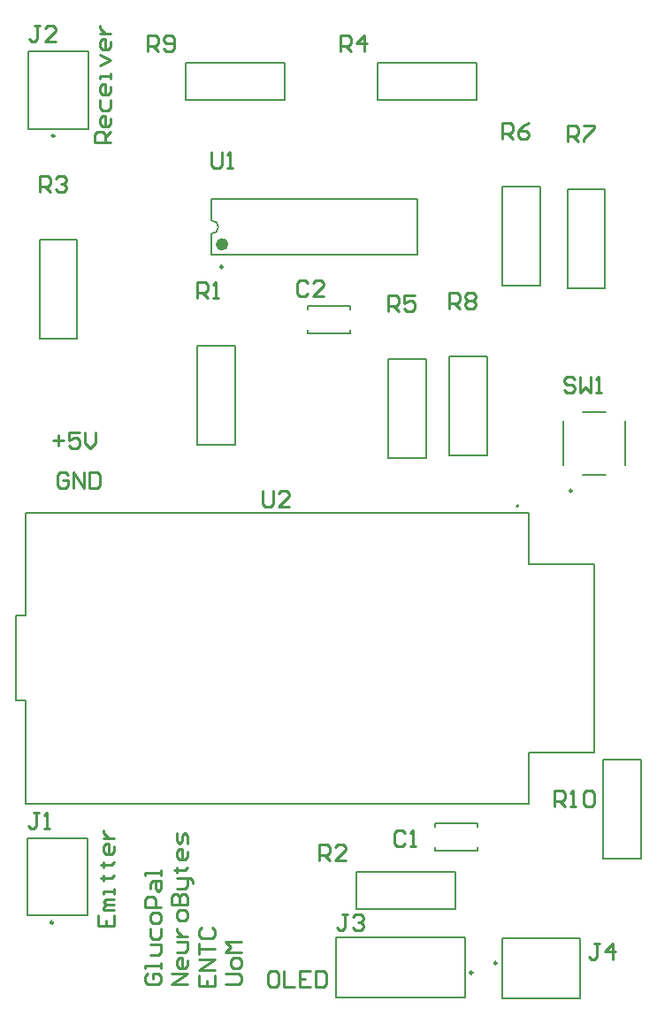
<source format=gbr>
G04*
G04 #@! TF.GenerationSoftware,Altium Limited,Altium Designer,24.1.2 (44)*
G04*
G04 Layer_Color=65535*
%FSLAX44Y44*%
%MOMM*%
G71*
G04*
G04 #@! TF.SameCoordinates,DC8CE985-C91A-4BCA-97F7-030060148ACE*
G04*
G04*
G04 #@! TF.FilePolarity,Positive*
G04*
G01*
G75*
%ADD10C,0.2500*%
%ADD11C,0.2000*%
%ADD12C,0.6000*%
%ADD13C,0.1270*%
%ADD14C,0.2540*%
D10*
X764710Y297010D02*
G03*
X764710Y297010I-1250J0D01*
G01*
X788080Y306240D02*
G03*
X788080Y306240I-1250J0D01*
G01*
X364470Y1098180D02*
G03*
X364470Y1098180I-1250J0D01*
G01*
X363200Y345070D02*
G03*
X363200Y345070I-1250J0D01*
G01*
X860130Y758410D02*
G03*
X860130Y758410I-1250J0D01*
G01*
X525460Y972820D02*
G03*
X525460Y972820I-1250J0D01*
G01*
D11*
X808650Y743870D02*
G03*
X808650Y743870I-1000J0D01*
G01*
X514910Y1004570D02*
G03*
X514910Y1017270I0J6350D01*
G01*
X633960Y273510D02*
Y331010D01*
Y273510D02*
X757960D01*
Y331010D01*
X633960D02*
X757960D01*
X793580Y272240D02*
Y329740D01*
Y272240D02*
X867580D01*
Y329740D01*
X793580D02*
X867580D01*
X339720Y1104930D02*
Y1178930D01*
X397220D01*
Y1104930D02*
Y1178930D01*
X339720Y1104930D02*
X397220D01*
X338450Y351820D02*
Y425820D01*
X395950D01*
Y351820D02*
Y425820D01*
X338450Y351820D02*
X395950D01*
X911330Y782870D02*
Y824910D01*
X851430Y782870D02*
Y824910D01*
X870090Y833860D02*
X892380D01*
X870090Y773960D02*
X892670D01*
X607380Y931770D02*
Y935020D01*
Y909020D02*
Y912270D01*
Y909020D02*
X647380D01*
Y931770D02*
Y935020D01*
Y909020D02*
Y912270D01*
X607380Y935020D02*
X647380D01*
X769300Y413720D02*
Y416970D01*
Y436470D02*
Y439720D01*
X729300D02*
X769300D01*
X729300Y413720D02*
Y416970D01*
Y436470D02*
Y439720D01*
Y413720D02*
X769300D01*
X711910Y984420D02*
Y1037420D01*
X514910Y1017270D02*
Y1037420D01*
Y984420D02*
Y1004570D01*
Y1037420D02*
X711910D01*
X514910Y984420D02*
X711910D01*
D12*
X527910Y994420D02*
G03*
X527910Y994420I-3000J0D01*
G01*
D13*
X336950Y737670D02*
X818950D01*
X336950Y458670D02*
X818950D01*
Y508170D01*
Y688170D02*
Y737670D01*
Y688170D02*
X880950D01*
Y508170D02*
Y688170D01*
X818950Y508170D02*
X880950D01*
X336950Y638870D02*
Y737670D01*
X327950Y638870D02*
X336950D01*
X327950Y557570D02*
Y638870D01*
Y557570D02*
X336950D01*
Y458670D02*
Y557570D01*
X890050Y405890D02*
X926050D01*
Y500890D01*
X890050D02*
X926050D01*
X890050Y405890D02*
Y500890D01*
X748540Y357920D02*
Y393920D01*
X653540D02*
X748540D01*
X653540Y357920D02*
Y393920D01*
Y357920D02*
X748540D01*
X350300Y903730D02*
Y998730D01*
X386300D01*
Y903730D02*
Y998730D01*
X350300Y903730D02*
X386300D01*
X793530Y954530D02*
Y1049530D01*
X829530D01*
Y954530D02*
Y1049530D01*
X793530Y954530D02*
X829530D01*
X855760Y951990D02*
Y1046990D01*
X891760D01*
Y951990D02*
Y1046990D01*
X855760Y951990D02*
X891760D01*
X501430Y802130D02*
Y897130D01*
X537430D01*
Y802130D02*
Y897130D01*
X501430Y802130D02*
X537430D01*
X684310Y789430D02*
Y884430D01*
X720310D01*
Y789430D02*
Y884430D01*
X684310Y789430D02*
X720310D01*
X673860Y1168620D02*
X768860D01*
Y1132620D02*
Y1168620D01*
X673860Y1132620D02*
X768860D01*
X673860D02*
Y1168620D01*
X778730Y791970D02*
Y886970D01*
X742730Y791970D02*
X778730D01*
X742730D02*
Y886970D01*
X778730D01*
X489710Y1132620D02*
X584710D01*
X489710D02*
Y1168620D01*
X584710D01*
Y1132620D02*
Y1168620D01*
D14*
X645161Y353058D02*
X640082D01*
X642622D01*
Y340362D01*
X640082Y337822D01*
X637543D01*
X635004Y340362D01*
X650239Y350518D02*
X652778Y353058D01*
X657857D01*
X660396Y350518D01*
Y347979D01*
X657857Y345440D01*
X655318D01*
X657857D01*
X660396Y342901D01*
Y340362D01*
X657857Y337822D01*
X652778D01*
X650239Y340362D01*
X563984Y758187D02*
Y745492D01*
X566523Y742952D01*
X571602D01*
X574141Y745492D01*
Y758187D01*
X589376Y742952D02*
X579219D01*
X589376Y753109D01*
Y755648D01*
X586837Y758187D01*
X581758D01*
X579219Y755648D01*
X843286Y455933D02*
Y471167D01*
X850904D01*
X853443Y468628D01*
Y463550D01*
X850904Y461011D01*
X843286D01*
X848364D02*
X853443Y455933D01*
X858521D02*
X863600D01*
X861060D01*
Y471167D01*
X858521Y468628D01*
X871217D02*
X873756Y471167D01*
X878835D01*
X881374Y468628D01*
Y458472D01*
X878835Y455933D01*
X873756D01*
X871217Y458472D01*
Y468628D01*
X886461Y325117D02*
X881383D01*
X883922D01*
Y312422D01*
X881383Y309883D01*
X878843D01*
X876304Y312422D01*
X899157Y309883D02*
Y325117D01*
X891539Y317500D01*
X901696D01*
X576577Y298445D02*
X571499D01*
X568960Y295906D01*
Y285749D01*
X571499Y283210D01*
X576577D01*
X579117Y285749D01*
Y295906D01*
X576577Y298445D01*
X584195D02*
Y283210D01*
X594352D01*
X609587Y298445D02*
X599430D01*
Y283210D01*
X609587D01*
X599430Y290828D02*
X604509D01*
X614665Y298445D02*
Y283210D01*
X622283D01*
X624822Y285749D01*
Y295906D01*
X622283Y298445D01*
X614665D01*
X417830Y1092200D02*
X402595D01*
Y1099818D01*
X405134Y1102357D01*
X410213D01*
X412752Y1099818D01*
Y1092200D01*
Y1097278D02*
X417830Y1102357D01*
Y1115053D02*
Y1109974D01*
X415291Y1107435D01*
X410213D01*
X407673Y1109974D01*
Y1115053D01*
X410213Y1117592D01*
X412752D01*
Y1107435D01*
X407673Y1132827D02*
Y1125209D01*
X410213Y1122670D01*
X415291D01*
X417830Y1125209D01*
Y1132827D01*
Y1145523D02*
Y1140444D01*
X415291Y1137905D01*
X410213D01*
X407673Y1140444D01*
Y1145523D01*
X410213Y1148062D01*
X412752D01*
Y1137905D01*
X417830Y1153140D02*
Y1158219D01*
Y1155679D01*
X407673D01*
Y1153140D01*
Y1165836D02*
X417830Y1170915D01*
X407673Y1175993D01*
X417830Y1188689D02*
Y1183610D01*
X415291Y1181071D01*
X410213D01*
X407673Y1183610D01*
Y1188689D01*
X410213Y1191228D01*
X412752D01*
Y1181071D01*
X407673Y1196306D02*
X417830D01*
X412752D01*
X410213Y1198846D01*
X407673Y1201385D01*
Y1203924D01*
X406405Y351787D02*
Y341630D01*
X421640D01*
Y351787D01*
X414022Y341630D02*
Y346708D01*
X421640Y356865D02*
X411483D01*
Y359404D01*
X414022Y361943D01*
X421640D01*
X414022D01*
X411483Y364483D01*
X414022Y367022D01*
X421640D01*
Y372100D02*
Y377178D01*
Y374639D01*
X411483D01*
Y372100D01*
X408944Y387335D02*
X411483D01*
Y384796D01*
Y389874D01*
Y387335D01*
X419101D01*
X421640Y389874D01*
X408944Y400031D02*
X411483D01*
Y397492D01*
Y402570D01*
Y400031D01*
X419101D01*
X421640Y402570D01*
Y417805D02*
Y412727D01*
X419101Y410188D01*
X414022D01*
X411483Y412727D01*
Y417805D01*
X414022Y420345D01*
X416562D01*
Y410188D01*
X411483Y425423D02*
X421640D01*
X416562D01*
X414022Y427962D01*
X411483Y430501D01*
Y433040D01*
X453394Y295907D02*
X450855Y293368D01*
Y288289D01*
X453394Y285750D01*
X463551D01*
X466090Y288289D01*
Y293368D01*
X463551Y295907D01*
X458473D01*
Y290828D01*
X466090Y300985D02*
Y306063D01*
Y303524D01*
X450855D01*
Y300985D01*
X455933Y313681D02*
X463551D01*
X466090Y316220D01*
Y323838D01*
X455933D01*
Y339073D02*
Y331455D01*
X458473Y328916D01*
X463551D01*
X466090Y331455D01*
Y339073D01*
Y346690D02*
Y351769D01*
X463551Y354308D01*
X458473D01*
X455933Y351769D01*
Y346690D01*
X458473Y344151D01*
X463551D01*
X466090Y346690D01*
Y359386D02*
X450855D01*
Y367004D01*
X453394Y369543D01*
X458473D01*
X461012Y367004D01*
Y359386D01*
X455933Y377160D02*
Y382239D01*
X458473Y384778D01*
X466090D01*
Y377160D01*
X463551Y374621D01*
X461012Y377160D01*
Y384778D01*
X466090Y389856D02*
Y394935D01*
Y392396D01*
X450855D01*
Y389856D01*
X502925Y294637D02*
Y284480D01*
X518160D01*
Y294637D01*
X510542Y284480D02*
Y289558D01*
X518160Y299715D02*
X502925D01*
X518160Y309872D01*
X502925D01*
Y314950D02*
Y325107D01*
Y320028D01*
X518160D01*
X505464Y340342D02*
X502925Y337803D01*
Y332724D01*
X505464Y330185D01*
X515621D01*
X518160Y332724D01*
Y337803D01*
X515621Y340342D01*
X528325Y285750D02*
X541021D01*
X543560Y288289D01*
Y293368D01*
X541021Y295907D01*
X528325D01*
X543560Y303524D02*
Y308603D01*
X541021Y311142D01*
X535942D01*
X533403Y308603D01*
Y303524D01*
X535942Y300985D01*
X541021D01*
X543560Y303524D01*
Y316220D02*
X528325D01*
X533403Y321298D01*
X528325Y326377D01*
X543560D01*
X491492Y285750D02*
X476257D01*
X491492Y295907D01*
X476257D01*
X491492Y308603D02*
Y303524D01*
X488952Y300985D01*
X483874D01*
X481335Y303524D01*
Y308603D01*
X483874Y311142D01*
X486413D01*
Y300985D01*
X481335Y316220D02*
X488952D01*
X491492Y318759D01*
Y326377D01*
X481335D01*
Y331455D02*
X491492D01*
X486413D01*
X483874Y333994D01*
X481335Y336534D01*
Y339073D01*
X491492Y349230D02*
Y354308D01*
X488952Y356847D01*
X483874D01*
X481335Y354308D01*
Y349230D01*
X483874Y346690D01*
X488952D01*
X491492Y349230D01*
X476257Y361925D02*
X491492D01*
Y369543D01*
X488952Y372082D01*
X486413D01*
X483874Y369543D01*
Y361925D01*
Y369543D01*
X481335Y372082D01*
X478796D01*
X476257Y369543D01*
Y361925D01*
X481335Y377160D02*
X488952D01*
X491492Y379700D01*
Y387317D01*
X494031D01*
X496570Y384778D01*
Y382239D01*
X491492Y387317D02*
X481335D01*
X478796Y394935D02*
X481335D01*
Y392396D01*
Y397474D01*
Y394935D01*
X488952D01*
X491492Y397474D01*
Y412709D02*
Y407631D01*
X488952Y405091D01*
X483874D01*
X481335Y407631D01*
Y412709D01*
X483874Y415248D01*
X486413D01*
Y405091D01*
X491492Y420326D02*
Y427944D01*
X488952Y430483D01*
X486413Y427944D01*
Y422866D01*
X483874Y420326D01*
X481335Y422866D01*
Y430483D01*
X377187Y773426D02*
X374647Y775965D01*
X369569D01*
X367030Y773426D01*
Y763269D01*
X369569Y760730D01*
X374647D01*
X377187Y763269D01*
Y768347D01*
X372108D01*
X382265Y760730D02*
Y775965D01*
X392422Y760730D01*
Y775965D01*
X397500D02*
Y760730D01*
X405118D01*
X407657Y763269D01*
Y773426D01*
X405118Y775965D01*
X397500D01*
X363220Y806448D02*
X373377D01*
X368298Y811526D02*
Y801369D01*
X388612Y814065D02*
X378455D01*
Y806448D01*
X383533Y808987D01*
X386073D01*
X388612Y806448D01*
Y801369D01*
X386073Y798830D01*
X380994D01*
X378455Y801369D01*
X393690Y814065D02*
Y803908D01*
X398769Y798830D01*
X403847Y803908D01*
Y814065D01*
X862835Y865374D02*
X860295Y867913D01*
X855217D01*
X852678Y865374D01*
Y862835D01*
X855217Y860295D01*
X860295D01*
X862835Y857756D01*
Y855217D01*
X860295Y852678D01*
X855217D01*
X852678Y855217D01*
X867913Y867913D02*
Y852678D01*
X872991Y857756D01*
X878070Y852678D01*
Y867913D01*
X883148Y852678D02*
X888226D01*
X885687D01*
Y867913D01*
X883148Y865374D01*
X514604Y1082543D02*
Y1069847D01*
X517143Y1067308D01*
X522221D01*
X524761Y1069847D01*
Y1082543D01*
X529839Y1067308D02*
X534917D01*
X532378D01*
Y1082543D01*
X529839Y1080004D01*
X453898Y1179068D02*
Y1194303D01*
X461516D01*
X464055Y1191764D01*
Y1186685D01*
X461516Y1184146D01*
X453898D01*
X458976D02*
X464055Y1179068D01*
X469133Y1181607D02*
X471672Y1179068D01*
X476751D01*
X479290Y1181607D01*
Y1191764D01*
X476751Y1194303D01*
X471672D01*
X469133Y1191764D01*
Y1189225D01*
X471672Y1186685D01*
X479290D01*
X742442Y932942D02*
Y948177D01*
X750060D01*
X752599Y945638D01*
Y940559D01*
X750060Y938020D01*
X742442D01*
X747520D02*
X752599Y932942D01*
X757677Y945638D02*
X760216Y948177D01*
X765295D01*
X767834Y945638D01*
Y943099D01*
X765295Y940559D01*
X767834Y938020D01*
Y935481D01*
X765295Y932942D01*
X760216D01*
X757677Y935481D01*
Y938020D01*
X760216Y940559D01*
X757677Y943099D01*
Y945638D01*
X760216Y940559D02*
X765295D01*
X855472Y1092962D02*
Y1108197D01*
X863090D01*
X865629Y1105658D01*
Y1100580D01*
X863090Y1098040D01*
X855472D01*
X860550D02*
X865629Y1092962D01*
X870707Y1108197D02*
X880864D01*
Y1105658D01*
X870707Y1095501D01*
Y1092962D01*
X793242Y1095502D02*
Y1110737D01*
X800860D01*
X803399Y1108198D01*
Y1103120D01*
X800860Y1100580D01*
X793242D01*
X798320D02*
X803399Y1095502D01*
X818634Y1110737D02*
X813555Y1108198D01*
X808477Y1103120D01*
Y1098041D01*
X811016Y1095502D01*
X816095D01*
X818634Y1098041D01*
Y1100580D01*
X816095Y1103120D01*
X808477D01*
X684022Y930402D02*
Y945637D01*
X691639D01*
X694179Y943098D01*
Y938019D01*
X691639Y935480D01*
X684022D01*
X689100D02*
X694179Y930402D01*
X709414Y945637D02*
X699257D01*
Y938019D01*
X704335Y940559D01*
X706875D01*
X709414Y938019D01*
Y932941D01*
X706875Y930402D01*
X701796D01*
X699257Y932941D01*
X638048Y1179068D02*
Y1194303D01*
X645666D01*
X648205Y1191764D01*
Y1186685D01*
X645666Y1184146D01*
X638048D01*
X643126D02*
X648205Y1179068D01*
X660901D02*
Y1194303D01*
X653283Y1186685D01*
X663440D01*
X350012Y1044702D02*
Y1059937D01*
X357630D01*
X360169Y1057398D01*
Y1052319D01*
X357630Y1049780D01*
X350012D01*
X355090D02*
X360169Y1044702D01*
X365247Y1057398D02*
X367786Y1059937D01*
X372865D01*
X375404Y1057398D01*
Y1054859D01*
X372865Y1052319D01*
X370325D01*
X372865D01*
X375404Y1049780D01*
Y1047241D01*
X372865Y1044702D01*
X367786D01*
X365247Y1047241D01*
X617728Y404368D02*
Y419603D01*
X625345D01*
X627885Y417064D01*
Y411986D01*
X625345Y409446D01*
X617728D01*
X622806D02*
X627885Y404368D01*
X643120D02*
X632963D01*
X643120Y414525D01*
Y417064D01*
X640581Y419603D01*
X635502D01*
X632963Y417064D01*
X501142Y943102D02*
Y958337D01*
X508759D01*
X511299Y955798D01*
Y950720D01*
X508759Y948180D01*
X501142D01*
X506220D02*
X511299Y943102D01*
X516377D02*
X521455D01*
X518916D01*
Y958337D01*
X516377Y955798D01*
X350517Y1203701D02*
X345438D01*
X347977D01*
Y1191005D01*
X345438Y1188466D01*
X342899D01*
X340360Y1191005D01*
X365752Y1188466D02*
X355595D01*
X365752Y1198623D01*
Y1201162D01*
X363213Y1203701D01*
X358134D01*
X355595Y1201162D01*
X349247Y450591D02*
X344168D01*
X346707D01*
Y437895D01*
X344168Y435356D01*
X341629D01*
X339090Y437895D01*
X354325Y435356D02*
X359403D01*
X356864D01*
Y450591D01*
X354325Y448052D01*
X607057Y957322D02*
X604518Y959861D01*
X599439D01*
X596900Y957322D01*
Y947165D01*
X599439Y944626D01*
X604518D01*
X607057Y947165D01*
X622292Y944626D02*
X612135D01*
X622292Y954783D01*
Y957322D01*
X619753Y959861D01*
X614674D01*
X612135Y957322D01*
X700170Y430528D02*
X697631Y433068D01*
X692552D01*
X690013Y430528D01*
Y420372D01*
X692552Y417832D01*
X697631D01*
X700170Y420372D01*
X705248Y417832D02*
X710327D01*
X707787D01*
Y433068D01*
X705248Y430528D01*
M02*

</source>
